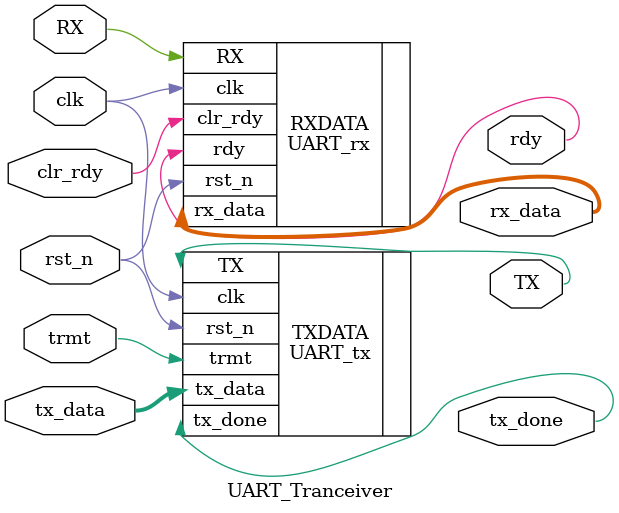
<source format=sv>
module UART_Tranceiver (rdy, rx_data, clr_rdy, RX, trmt, tx_data, tx_done, TX, clk, rst_n);

input clr_rdy, trmt, RX, clk, rst_n;
input [7:0] tx_data;

output rdy, TX, tx_done;
output [7:0]rx_data;

UART_tx TXDATA(.clk(clk), .rst_n(rst_n), .tx_data(tx_data), .trmt(trmt), .TX(TX), .tx_done(tx_done));

UART_rx RXDATA(.clk(clk), .rst_n(rst_n), .RX(RX), .clr_rdy(clr_rdy), .rx_data(rx_data), .rdy(rdy));


endmodule

</source>
